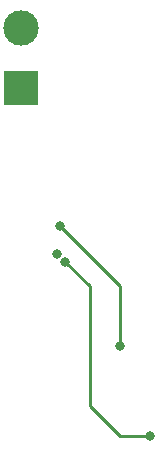
<source format=gbr>
%TF.GenerationSoftware,KiCad,Pcbnew,(6.0.10-0)*%
%TF.CreationDate,2023-02-17T12:31:34-08:00*%
%TF.ProjectId,Lab4exercise2,4c616234-6578-4657-9263-697365322e6b,rev?*%
%TF.SameCoordinates,Original*%
%TF.FileFunction,Copper,L2,Bot*%
%TF.FilePolarity,Positive*%
%FSLAX46Y46*%
G04 Gerber Fmt 4.6, Leading zero omitted, Abs format (unit mm)*
G04 Created by KiCad (PCBNEW (6.0.10-0)) date 2023-02-17 12:31:34*
%MOMM*%
%LPD*%
G01*
G04 APERTURE LIST*
%TA.AperFunction,ComponentPad*%
%ADD10R,3.000000X3.000000*%
%TD*%
%TA.AperFunction,ComponentPad*%
%ADD11C,3.000000*%
%TD*%
%TA.AperFunction,ViaPad*%
%ADD12C,0.800000*%
%TD*%
%TA.AperFunction,Conductor*%
%ADD13C,0.254000*%
%TD*%
G04 APERTURE END LIST*
D10*
%TO.P,J1,1,Pin_1*%
%TO.N,+9V*%
X141560000Y-92430000D03*
D11*
%TO.P,J1,2,Pin_2*%
%TO.N,GND*%
X141560000Y-87350000D03*
%TD*%
D12*
%TO.N,*%
X144550000Y-106450000D03*
%TO.N,/pin_2*%
X145256755Y-107156755D03*
X152400000Y-121920000D03*
%TO.N,GND*%
X144780000Y-104140000D03*
X149860000Y-114300000D03*
%TD*%
D13*
%TO.N,/pin_2*%
X147320000Y-109220000D02*
X147320000Y-119380000D01*
X149860000Y-121920000D02*
X152400000Y-121920000D01*
X147320000Y-119380000D02*
X149860000Y-121920000D01*
X145256755Y-107156755D02*
X147320000Y-109220000D01*
%TO.N,GND*%
X149860000Y-109220000D02*
X149860000Y-114300000D01*
X144780000Y-104140000D02*
X149860000Y-109220000D01*
%TD*%
M02*

</source>
